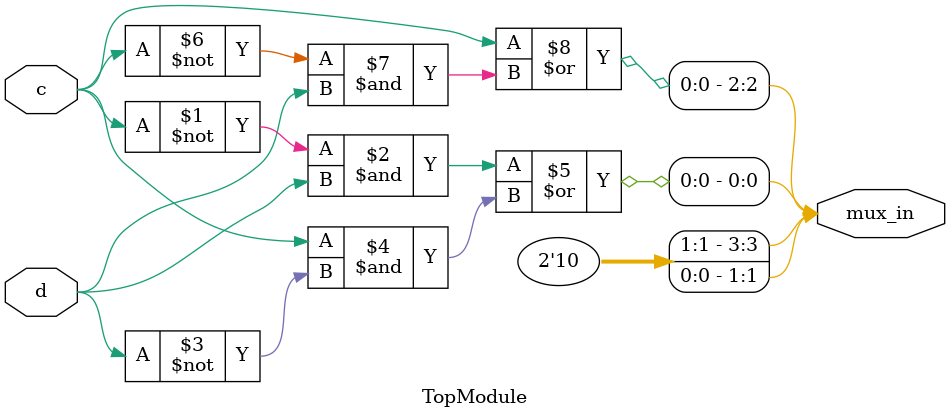
<source format=sv>
module TopModule(
    input wire c,
    input wire d,
    output wire [3:0] mux_in
);
    assign mux_in[0] = (~c & d) | (c & ~d);
    assign mux_in[1] = 1'b0;
    assign mux_in[2] = c | (~c & d);
    assign mux_in[3] = 1'b1;
endmodule
</source>
